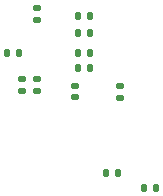
<source format=gbr>
%TF.GenerationSoftware,KiCad,Pcbnew,7.0.5-0*%
%TF.CreationDate,2023-09-08T15:05:08-04:00*%
%TF.ProjectId,rodentdbs,726f6465-6e74-4646-9273-2e6b69636164,rev?*%
%TF.SameCoordinates,Original*%
%TF.FileFunction,Paste,Bot*%
%TF.FilePolarity,Positive*%
%FSLAX46Y46*%
G04 Gerber Fmt 4.6, Leading zero omitted, Abs format (unit mm)*
G04 Created by KiCad (PCBNEW 7.0.5-0) date 2023-09-08 15:05:08*
%MOMM*%
%LPD*%
G01*
G04 APERTURE LIST*
G04 Aperture macros list*
%AMRoundRect*
0 Rectangle with rounded corners*
0 $1 Rounding radius*
0 $2 $3 $4 $5 $6 $7 $8 $9 X,Y pos of 4 corners*
0 Add a 4 corners polygon primitive as box body*
4,1,4,$2,$3,$4,$5,$6,$7,$8,$9,$2,$3,0*
0 Add four circle primitives for the rounded corners*
1,1,$1+$1,$2,$3*
1,1,$1+$1,$4,$5*
1,1,$1+$1,$6,$7*
1,1,$1+$1,$8,$9*
0 Add four rect primitives between the rounded corners*
20,1,$1+$1,$2,$3,$4,$5,0*
20,1,$1+$1,$4,$5,$6,$7,0*
20,1,$1+$1,$6,$7,$8,$9,0*
20,1,$1+$1,$8,$9,$2,$3,0*%
G04 Aperture macros list end*
%ADD10RoundRect,0.135000X0.185000X-0.135000X0.185000X0.135000X-0.185000X0.135000X-0.185000X-0.135000X0*%
%ADD11RoundRect,0.135000X0.135000X0.185000X-0.135000X0.185000X-0.135000X-0.185000X0.135000X-0.185000X0*%
%ADD12RoundRect,0.140000X0.140000X0.170000X-0.140000X0.170000X-0.140000X-0.170000X0.140000X-0.170000X0*%
%ADD13RoundRect,0.140000X0.170000X-0.140000X0.170000X0.140000X-0.170000X0.140000X-0.170000X-0.140000X0*%
%ADD14RoundRect,0.140000X-0.140000X-0.170000X0.140000X-0.170000X0.140000X0.170000X-0.140000X0.170000X0*%
%ADD15RoundRect,0.140000X-0.170000X0.140000X-0.170000X-0.140000X0.170000X-0.140000X0.170000X0.140000X0*%
G04 APERTURE END LIST*
D10*
%TO.C,R3*%
X142875000Y-131060000D03*
X142875000Y-132080000D03*
%TD*%
D11*
%TO.C,R2*%
X144905000Y-139700000D03*
X145925000Y-139700000D03*
%TD*%
%TO.C,R1*%
X141730000Y-138430000D03*
X142750000Y-138430000D03*
%TD*%
D12*
%TO.C,C12*%
X140335000Y-128322500D03*
X139375000Y-128322500D03*
%TD*%
D13*
%TO.C,C9*%
X134620000Y-131497500D03*
X134620000Y-130537500D03*
%TD*%
%TO.C,C8*%
X139065000Y-132020000D03*
X139065000Y-131060000D03*
%TD*%
D12*
%TO.C,C6*%
X140335000Y-126615000D03*
X139375000Y-126615000D03*
%TD*%
%TO.C,C5*%
X140335000Y-125147500D03*
X139375000Y-125147500D03*
%TD*%
D13*
%TO.C,C4*%
X135890000Y-131497500D03*
X135890000Y-130537500D03*
%TD*%
D14*
%TO.C,C3*%
X134310000Y-128322500D03*
X133350000Y-128322500D03*
%TD*%
D15*
%TO.C,C2*%
X135890000Y-124512500D03*
X135890000Y-125472500D03*
%TD*%
D12*
%TO.C,C1*%
X139375000Y-129592500D03*
X140335000Y-129592500D03*
%TD*%
M02*

</source>
